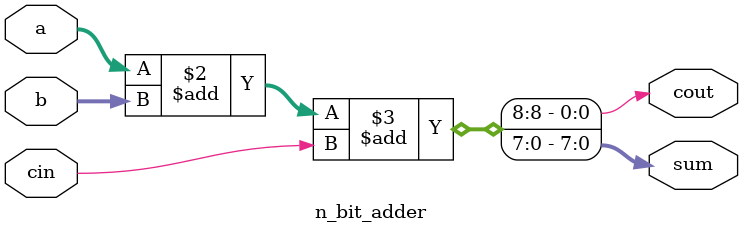
<source format=v>
module n_bit_adder 
#(
    parameter N = 8
) 
(
    input[N-1:0] a,b,
    input cin,
    output reg [N-1:0] sum,
    output reg cout
);
    always @(a or b or cin) begin
        {cout,sum} = a + b + cin;
    end
    
endmodule
</source>
